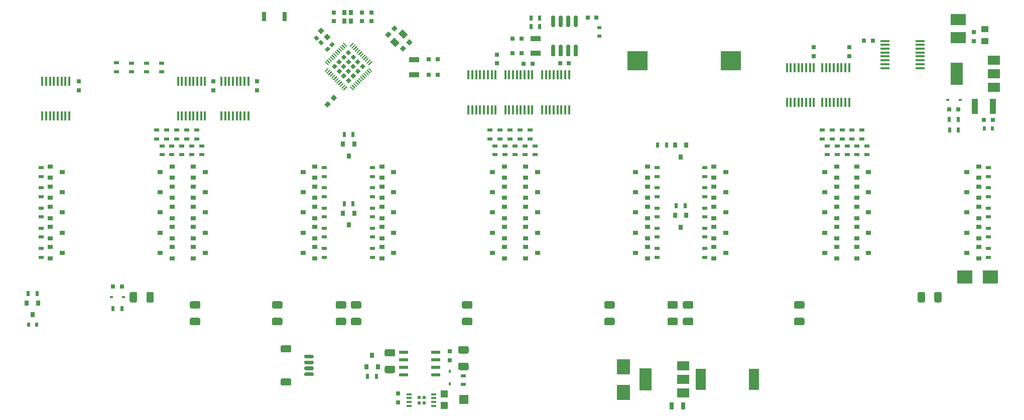
<source format=gbr>
G04 #@! TF.GenerationSoftware,KiCad,Pcbnew,(5.1.7)-1*
G04 #@! TF.CreationDate,2020-11-21T17:16:51+01:00*
G04 #@! TF.ProjectId,nixie_clock,6e697869-655f-4636-9c6f-636b2e6b6963,100A*
G04 #@! TF.SameCoordinates,Original*
G04 #@! TF.FileFunction,Paste,Bot*
G04 #@! TF.FilePolarity,Positive*
%FSLAX46Y46*%
G04 Gerber Fmt 4.6, Leading zero omitted, Abs format (unit mm)*
G04 Created by KiCad (PCBNEW (5.1.7)-1) date 2020-11-21 17:16:51*
%MOMM*%
%LPD*%
G01*
G04 APERTURE LIST*
%ADD10R,1.803400X3.606800*%
%ADD11R,3.500000X3.300000*%
%ADD12R,2.500000X2.300000*%
%ADD13R,0.600000X0.700000*%
%ADD14R,0.450000X1.500000*%
%ADD15R,0.600000X0.450000*%
%ADD16R,0.800000X0.750000*%
%ADD17R,2.000000X1.500000*%
%ADD18R,2.000000X3.800000*%
%ADD19C,0.100000*%
%ADD20R,0.700000X0.600000*%
%ADD21R,1.500000X0.450000*%
%ADD22R,1.550000X0.600000*%
%ADD23R,0.900000X0.500000*%
%ADD24R,0.500000X0.900000*%
%ADD25R,0.700000X1.300000*%
%ADD26R,0.900000X0.800000*%
%ADD27R,0.800000X0.900000*%
%ADD28R,0.750000X0.800000*%
%ADD29R,1.700000X0.900000*%
%ADD30R,0.504000X0.564000*%
%ADD31R,0.890000X0.420000*%
%ADD32R,1.500000X1.600000*%
%ADD33R,1.200000X1.200000*%
%ADD34R,0.450000X0.600000*%
%ADD35R,2.300000X2.500000*%
%ADD36R,2.500000X1.950000*%
%ADD37R,1.250000X1.000000*%
%ADD38R,1.000000X2.500000*%
%ADD39R,0.800000X1.600000*%
G04 APERTURE END LIST*
D10*
X192354200Y-88200000D03*
X201345800Y-88200000D03*
D11*
X181700000Y-34400000D03*
X197500000Y-34400000D03*
D12*
X236950000Y-70900000D03*
X241250000Y-70900000D03*
D13*
X241600000Y-45800000D03*
X240200000Y-45800000D03*
X79000000Y-78900000D03*
X80400000Y-78900000D03*
D14*
X116075000Y-37850000D03*
X115425000Y-37850000D03*
X114775000Y-37850000D03*
X114125000Y-37850000D03*
X113475000Y-37850000D03*
X112825000Y-37850000D03*
X112175000Y-37850000D03*
X111525000Y-37850000D03*
X111525000Y-43750000D03*
X112175000Y-43750000D03*
X112825000Y-43750000D03*
X113475000Y-43750000D03*
X114125000Y-43750000D03*
X114775000Y-43750000D03*
X115425000Y-43750000D03*
X116075000Y-43750000D03*
D15*
X92950000Y-74300000D03*
X95050000Y-74300000D03*
D16*
X93250000Y-72500000D03*
X94750000Y-72500000D03*
D14*
X108775000Y-37850000D03*
X108125000Y-37850000D03*
X107475000Y-37850000D03*
X106825000Y-37850000D03*
X106175000Y-37850000D03*
X105525000Y-37850000D03*
X104875000Y-37850000D03*
X104225000Y-37850000D03*
X104225000Y-43750000D03*
X104875000Y-43750000D03*
X105525000Y-43750000D03*
X106175000Y-43750000D03*
X106825000Y-43750000D03*
X107475000Y-43750000D03*
X108125000Y-43750000D03*
X108775000Y-43750000D03*
D17*
X241850000Y-34300000D03*
X241850000Y-38900000D03*
X241850000Y-36600000D03*
D18*
X235550000Y-36600000D03*
D19*
G36*
X143212652Y-31817678D02*
G01*
X142682322Y-31287348D01*
X143248008Y-30721662D01*
X143778338Y-31251992D01*
X143212652Y-31817678D01*
G37*
G36*
X142151992Y-32878338D02*
G01*
X141621662Y-32348008D01*
X142187348Y-31782322D01*
X142717678Y-32312652D01*
X142151992Y-32878338D01*
G37*
D20*
X175280000Y-28840000D03*
X175280000Y-30240000D03*
D21*
X223450000Y-31075000D03*
X223450000Y-31725000D03*
X223450000Y-32375000D03*
X223450000Y-33025000D03*
X223450000Y-33675000D03*
X223450000Y-34325000D03*
X223450000Y-34975000D03*
X223450000Y-35625000D03*
X229350000Y-35625000D03*
X229350000Y-34975000D03*
X229350000Y-34325000D03*
X229350000Y-33675000D03*
X229350000Y-33025000D03*
X229350000Y-32375000D03*
X229350000Y-31725000D03*
X229350000Y-31075000D03*
D14*
X211475000Y-35550000D03*
X210825000Y-35550000D03*
X210175000Y-35550000D03*
X209525000Y-35550000D03*
X208875000Y-35550000D03*
X208225000Y-35550000D03*
X207575000Y-35550000D03*
X206925000Y-35550000D03*
X206925000Y-41450000D03*
X207575000Y-41450000D03*
X208225000Y-41450000D03*
X208875000Y-41450000D03*
X209525000Y-41450000D03*
X210175000Y-41450000D03*
X210825000Y-41450000D03*
X211475000Y-41450000D03*
X170175000Y-36800000D03*
X169525000Y-36800000D03*
X168875000Y-36800000D03*
X168225000Y-36800000D03*
X167575000Y-36800000D03*
X166925000Y-36800000D03*
X166275000Y-36800000D03*
X165625000Y-36800000D03*
X165625000Y-42700000D03*
X166275000Y-42700000D03*
X166925000Y-42700000D03*
X167575000Y-42700000D03*
X168225000Y-42700000D03*
X168875000Y-42700000D03*
X169525000Y-42700000D03*
X170175000Y-42700000D03*
X157775000Y-36800000D03*
X157125000Y-36800000D03*
X156475000Y-36800000D03*
X155825000Y-36800000D03*
X155175000Y-36800000D03*
X154525000Y-36800000D03*
X153875000Y-36800000D03*
X153225000Y-36800000D03*
X153225000Y-42700000D03*
X153875000Y-42700000D03*
X154525000Y-42700000D03*
X155175000Y-42700000D03*
X155825000Y-42700000D03*
X156475000Y-42700000D03*
X157125000Y-42700000D03*
X157775000Y-42700000D03*
D22*
X147660000Y-87385000D03*
X147660000Y-86115000D03*
X147660000Y-84845000D03*
X147660000Y-83575000D03*
X142260000Y-83575000D03*
X142260000Y-84845000D03*
X142260000Y-86115000D03*
X142260000Y-87385000D03*
D23*
X240900000Y-60750000D03*
X240900000Y-59250000D03*
G36*
G01*
X233024999Y-73675000D02*
X233024999Y-74925000D01*
G75*
G02*
X232774999Y-75175000I-250000J0D01*
G01*
X232024999Y-75175000D01*
G75*
G02*
X231774999Y-74925000I0J250000D01*
G01*
X231774999Y-73675000D01*
G75*
G02*
X232024999Y-73425000I250000J0D01*
G01*
X232774999Y-73425000D01*
G75*
G02*
X233024999Y-73675000I0J-250000D01*
G01*
G37*
G36*
G01*
X230224999Y-73675000D02*
X230224999Y-74925000D01*
G75*
G02*
X229974999Y-75175000I-250000J0D01*
G01*
X229224999Y-75175000D01*
G75*
G02*
X228974999Y-74925000I0J250000D01*
G01*
X228974999Y-73675000D01*
G75*
G02*
X229224999Y-73425000I250000J0D01*
G01*
X229974999Y-73425000D01*
G75*
G02*
X230224999Y-73675000I0J-250000D01*
G01*
G37*
X217900000Y-46100000D03*
X217900000Y-47600000D03*
X217100000Y-48750000D03*
X217100000Y-50250000D03*
X216250000Y-46100000D03*
X216250000Y-47600000D03*
X215400000Y-48750000D03*
X215400000Y-50250000D03*
X214550000Y-46100000D03*
X214550000Y-47600000D03*
X185000000Y-60750000D03*
X185000000Y-59250000D03*
G36*
G01*
X176375000Y-74975000D02*
X177625000Y-74975000D01*
G75*
G02*
X177875000Y-75225000I0J-250000D01*
G01*
X177875000Y-75975000D01*
G75*
G02*
X177625000Y-76225000I-250000J0D01*
G01*
X176375000Y-76225000D01*
G75*
G02*
X176125000Y-75975000I0J250000D01*
G01*
X176125000Y-75225000D01*
G75*
G02*
X176375000Y-74975000I250000J0D01*
G01*
G37*
G36*
G01*
X176375000Y-77775000D02*
X177625000Y-77775000D01*
G75*
G02*
X177875000Y-78025000I0J-250000D01*
G01*
X177875000Y-78775000D01*
G75*
G02*
X177625000Y-79025000I-250000J0D01*
G01*
X176375000Y-79025000D01*
G75*
G02*
X176125000Y-78775000I0J250000D01*
G01*
X176125000Y-78025000D01*
G75*
G02*
X176375000Y-77775000I250000J0D01*
G01*
G37*
X161900000Y-46100000D03*
X161900000Y-47600000D03*
X161050000Y-48750000D03*
X161050000Y-50250000D03*
X160200000Y-46100000D03*
X160200000Y-47600000D03*
X159350000Y-48750000D03*
X159350000Y-50250000D03*
X158500000Y-46100000D03*
X158500000Y-47600000D03*
D24*
X93250000Y-76200000D03*
X94750000Y-76200000D03*
G36*
G01*
X100125000Y-73675000D02*
X100125000Y-74925000D01*
G75*
G02*
X99875000Y-75175000I-250000J0D01*
G01*
X99125000Y-75175000D01*
G75*
G02*
X98875000Y-74925000I0J250000D01*
G01*
X98875000Y-73675000D01*
G75*
G02*
X99125000Y-73425000I250000J0D01*
G01*
X99875000Y-73425000D01*
G75*
G02*
X100125000Y-73675000I0J-250000D01*
G01*
G37*
G36*
G01*
X97325000Y-73675000D02*
X97325000Y-74925000D01*
G75*
G02*
X97075000Y-75175000I-250000J0D01*
G01*
X96325000Y-75175000D01*
G75*
G02*
X96075000Y-74925000I0J250000D01*
G01*
X96075000Y-73675000D01*
G75*
G02*
X96325000Y-73425000I250000J0D01*
G01*
X97075000Y-73425000D01*
G75*
G02*
X97325000Y-73675000I0J-250000D01*
G01*
G37*
X185100000Y-48650000D03*
X186600000Y-48650000D03*
D23*
X152360000Y-89030000D03*
X152360000Y-87530000D03*
G36*
G01*
X151735000Y-82555000D02*
X152985000Y-82555000D01*
G75*
G02*
X153235000Y-82805000I0J-250000D01*
G01*
X153235000Y-83555000D01*
G75*
G02*
X152985000Y-83805000I-250000J0D01*
G01*
X151735000Y-83805000D01*
G75*
G02*
X151485000Y-83555000I0J250000D01*
G01*
X151485000Y-82805000D01*
G75*
G02*
X151735000Y-82555000I250000J0D01*
G01*
G37*
G36*
G01*
X151735000Y-85355000D02*
X152985000Y-85355000D01*
G75*
G02*
X153235000Y-85605000I0J-250000D01*
G01*
X153235000Y-86355000D01*
G75*
G02*
X152985000Y-86605000I-250000J0D01*
G01*
X151735000Y-86605000D01*
G75*
G02*
X151485000Y-86355000I0J250000D01*
G01*
X151485000Y-85605000D01*
G75*
G02*
X151735000Y-85355000I250000J0D01*
G01*
G37*
D25*
X187510000Y-92680000D03*
X189410000Y-92680000D03*
G36*
G01*
X134875000Y-79025000D02*
X133625000Y-79025000D01*
G75*
G02*
X133375000Y-78775000I0J250000D01*
G01*
X133375000Y-78025000D01*
G75*
G02*
X133625000Y-77775000I250000J0D01*
G01*
X134875000Y-77775000D01*
G75*
G02*
X135125000Y-78025000I0J-250000D01*
G01*
X135125000Y-78775000D01*
G75*
G02*
X134875000Y-79025000I-250000J0D01*
G01*
G37*
G36*
G01*
X134875000Y-76225000D02*
X133625000Y-76225000D01*
G75*
G02*
X133375000Y-75975000I0J250000D01*
G01*
X133375000Y-75225000D01*
G75*
G02*
X133625000Y-74975000I250000J0D01*
G01*
X134875000Y-74975000D01*
G75*
G02*
X135125000Y-75225000I0J-250000D01*
G01*
X135125000Y-75975000D01*
G75*
G02*
X134875000Y-76225000I-250000J0D01*
G01*
G37*
D24*
X133750000Y-46850000D03*
X132250000Y-46850000D03*
X137710000Y-87680000D03*
X136210000Y-87680000D03*
G36*
G01*
X140585000Y-87105000D02*
X139335000Y-87105000D01*
G75*
G02*
X139085000Y-86855000I0J250000D01*
G01*
X139085000Y-86105000D01*
G75*
G02*
X139335000Y-85855000I250000J0D01*
G01*
X140585000Y-85855000D01*
G75*
G02*
X140835000Y-86105000I0J-250000D01*
G01*
X140835000Y-86855000D01*
G75*
G02*
X140585000Y-87105000I-250000J0D01*
G01*
G37*
G36*
G01*
X140585000Y-84305000D02*
X139335000Y-84305000D01*
G75*
G02*
X139085000Y-84055000I0J250000D01*
G01*
X139085000Y-83305000D01*
G75*
G02*
X139335000Y-83055000I250000J0D01*
G01*
X140585000Y-83055000D01*
G75*
G02*
X140835000Y-83305000I0J-250000D01*
G01*
X140835000Y-84055000D01*
G75*
G02*
X140585000Y-84305000I-250000J0D01*
G01*
G37*
D26*
X239300000Y-62450000D03*
X239300000Y-64350000D03*
X237300000Y-63400000D03*
X239300000Y-59050000D03*
X239300000Y-60950000D03*
X237300000Y-60000000D03*
X239300000Y-55650000D03*
X239300000Y-57550000D03*
X237300000Y-56600000D03*
X239300000Y-52250000D03*
X239300000Y-54150000D03*
X237300000Y-53200000D03*
X218700000Y-54150000D03*
X218700000Y-52250000D03*
X220700000Y-53200000D03*
X218700000Y-57550000D03*
X218700000Y-55650000D03*
X220700000Y-56600000D03*
X218700000Y-60950000D03*
X218700000Y-59050000D03*
X220700000Y-60000000D03*
X215300000Y-65850000D03*
X215300000Y-67750000D03*
X213300000Y-66800000D03*
X215300000Y-62450000D03*
X215300000Y-64350000D03*
X213300000Y-63400000D03*
X215300000Y-59050000D03*
X215300000Y-60950000D03*
X213300000Y-60000000D03*
X215300000Y-55650000D03*
X215300000Y-57550000D03*
X213300000Y-56600000D03*
X183400000Y-62450000D03*
X183400000Y-64350000D03*
X181400000Y-63400000D03*
X183400000Y-59050000D03*
X183400000Y-60950000D03*
X181400000Y-60000000D03*
X183400000Y-55650000D03*
X183400000Y-57550000D03*
X181400000Y-56600000D03*
X183400000Y-52250000D03*
X183400000Y-54150000D03*
X181400000Y-53200000D03*
X162850000Y-54150000D03*
X162850000Y-52250000D03*
X164850000Y-53200000D03*
X162850000Y-57550000D03*
X162850000Y-55650000D03*
X164850000Y-56600000D03*
X162850000Y-60950000D03*
X162850000Y-59050000D03*
X164850000Y-60000000D03*
X159250000Y-65850000D03*
X159250000Y-67750000D03*
X157250000Y-66800000D03*
X159250000Y-62450000D03*
X159250000Y-64350000D03*
X157250000Y-63400000D03*
X159250000Y-59050000D03*
X159250000Y-60950000D03*
X157250000Y-60000000D03*
X159250000Y-55650000D03*
X159250000Y-57550000D03*
X157250000Y-56600000D03*
D27*
X188050000Y-48650000D03*
X189950000Y-48650000D03*
X189000000Y-50650000D03*
D17*
X189410000Y-85880000D03*
X189410000Y-90480000D03*
X189410000Y-88180000D03*
D18*
X183110000Y-88180000D03*
D27*
X132050000Y-48450000D03*
X133950000Y-48450000D03*
X133000000Y-50450000D03*
D28*
X150060000Y-84930000D03*
X150060000Y-83430000D03*
D29*
X164510000Y-30650000D03*
X164510000Y-33150000D03*
G36*
G01*
X171455000Y-28720000D02*
X171155000Y-28720000D01*
G75*
G02*
X171005000Y-28570000I0J150000D01*
G01*
X171005000Y-26920000D01*
G75*
G02*
X171155000Y-26770000I150000J0D01*
G01*
X171455000Y-26770000D01*
G75*
G02*
X171605000Y-26920000I0J-150000D01*
G01*
X171605000Y-28570000D01*
G75*
G02*
X171455000Y-28720000I-150000J0D01*
G01*
G37*
G36*
G01*
X170185000Y-28720000D02*
X169885000Y-28720000D01*
G75*
G02*
X169735000Y-28570000I0J150000D01*
G01*
X169735000Y-26920000D01*
G75*
G02*
X169885000Y-26770000I150000J0D01*
G01*
X170185000Y-26770000D01*
G75*
G02*
X170335000Y-26920000I0J-150000D01*
G01*
X170335000Y-28570000D01*
G75*
G02*
X170185000Y-28720000I-150000J0D01*
G01*
G37*
G36*
G01*
X168915000Y-28720000D02*
X168615000Y-28720000D01*
G75*
G02*
X168465000Y-28570000I0J150000D01*
G01*
X168465000Y-26920000D01*
G75*
G02*
X168615000Y-26770000I150000J0D01*
G01*
X168915000Y-26770000D01*
G75*
G02*
X169065000Y-26920000I0J-150000D01*
G01*
X169065000Y-28570000D01*
G75*
G02*
X168915000Y-28720000I-150000J0D01*
G01*
G37*
G36*
G01*
X167645000Y-28720000D02*
X167345000Y-28720000D01*
G75*
G02*
X167195000Y-28570000I0J150000D01*
G01*
X167195000Y-26920000D01*
G75*
G02*
X167345000Y-26770000I150000J0D01*
G01*
X167645000Y-26770000D01*
G75*
G02*
X167795000Y-26920000I0J-150000D01*
G01*
X167795000Y-28570000D01*
G75*
G02*
X167645000Y-28720000I-150000J0D01*
G01*
G37*
G36*
G01*
X167645000Y-33670000D02*
X167345000Y-33670000D01*
G75*
G02*
X167195000Y-33520000I0J150000D01*
G01*
X167195000Y-31870000D01*
G75*
G02*
X167345000Y-31720000I150000J0D01*
G01*
X167645000Y-31720000D01*
G75*
G02*
X167795000Y-31870000I0J-150000D01*
G01*
X167795000Y-33520000D01*
G75*
G02*
X167645000Y-33670000I-150000J0D01*
G01*
G37*
G36*
G01*
X168915000Y-33670000D02*
X168615000Y-33670000D01*
G75*
G02*
X168465000Y-33520000I0J150000D01*
G01*
X168465000Y-31870000D01*
G75*
G02*
X168615000Y-31720000I150000J0D01*
G01*
X168915000Y-31720000D01*
G75*
G02*
X169065000Y-31870000I0J-150000D01*
G01*
X169065000Y-33520000D01*
G75*
G02*
X168915000Y-33670000I-150000J0D01*
G01*
G37*
G36*
G01*
X170185000Y-33670000D02*
X169885000Y-33670000D01*
G75*
G02*
X169735000Y-33520000I0J150000D01*
G01*
X169735000Y-31870000D01*
G75*
G02*
X169885000Y-31720000I150000J0D01*
G01*
X170185000Y-31720000D01*
G75*
G02*
X170335000Y-31870000I0J-150000D01*
G01*
X170335000Y-33520000D01*
G75*
G02*
X170185000Y-33670000I-150000J0D01*
G01*
G37*
G36*
G01*
X171455000Y-33670000D02*
X171155000Y-33670000D01*
G75*
G02*
X171005000Y-33520000I0J150000D01*
G01*
X171005000Y-31870000D01*
G75*
G02*
X171155000Y-31720000I150000J0D01*
G01*
X171455000Y-31720000D01*
G75*
G02*
X171605000Y-31870000I0J-150000D01*
G01*
X171605000Y-33520000D01*
G75*
G02*
X171455000Y-33670000I-150000J0D01*
G01*
G37*
D16*
X160650000Y-30650000D03*
X162150000Y-30650000D03*
X160650000Y-33150000D03*
X162150000Y-33150000D03*
D29*
X144060000Y-36730000D03*
X144060000Y-34230000D03*
D27*
X133410000Y-27680000D03*
X133410000Y-26280000D03*
X132310000Y-26280000D03*
X132310000Y-27680000D03*
D19*
G36*
X135800289Y-35364062D02*
G01*
X135328295Y-35836056D01*
X134856301Y-35364062D01*
X135328295Y-34892068D01*
X135800289Y-35364062D01*
G37*
G36*
X135013633Y-36150718D02*
G01*
X134541639Y-36622712D01*
X134069645Y-36150718D01*
X134541639Y-35678724D01*
X135013633Y-36150718D01*
G37*
G36*
X134226976Y-36937375D02*
G01*
X133754982Y-37409369D01*
X133282988Y-36937375D01*
X133754982Y-36465381D01*
X134226976Y-36937375D01*
G37*
G36*
X133440320Y-37724031D02*
G01*
X132968326Y-38196025D01*
X132496332Y-37724031D01*
X132968326Y-37252037D01*
X133440320Y-37724031D01*
G37*
G36*
X135013633Y-34577406D02*
G01*
X134541639Y-35049400D01*
X134069645Y-34577406D01*
X134541639Y-34105412D01*
X135013633Y-34577406D01*
G37*
G36*
X134226976Y-35364062D02*
G01*
X133754982Y-35836056D01*
X133282988Y-35364062D01*
X133754982Y-34892068D01*
X134226976Y-35364062D01*
G37*
G36*
X133440320Y-36150718D02*
G01*
X132968326Y-36622712D01*
X132496332Y-36150718D01*
X132968326Y-35678724D01*
X133440320Y-36150718D01*
G37*
G36*
X132653664Y-36937375D02*
G01*
X132181670Y-37409369D01*
X131709676Y-36937375D01*
X132181670Y-36465381D01*
X132653664Y-36937375D01*
G37*
G36*
X134226976Y-33790749D02*
G01*
X133754982Y-34262743D01*
X133282988Y-33790749D01*
X133754982Y-33318755D01*
X134226976Y-33790749D01*
G37*
G36*
X133440320Y-34577406D02*
G01*
X132968326Y-35049400D01*
X132496332Y-34577406D01*
X132968326Y-34105412D01*
X133440320Y-34577406D01*
G37*
G36*
X132653664Y-35364062D02*
G01*
X132181670Y-35836056D01*
X131709676Y-35364062D01*
X132181670Y-34892068D01*
X132653664Y-35364062D01*
G37*
G36*
X131867007Y-36150718D02*
G01*
X131395013Y-36622712D01*
X130923019Y-36150718D01*
X131395013Y-35678724D01*
X131867007Y-36150718D01*
G37*
G36*
X133440320Y-33004093D02*
G01*
X132968326Y-33476087D01*
X132496332Y-33004093D01*
X132968326Y-32532099D01*
X133440320Y-33004093D01*
G37*
G36*
X132653664Y-33790749D02*
G01*
X132181670Y-34262743D01*
X131709676Y-33790749D01*
X132181670Y-33318755D01*
X132653664Y-33790749D01*
G37*
G36*
X131867007Y-34577406D02*
G01*
X131395013Y-35049400D01*
X130923019Y-34577406D01*
X131395013Y-34105412D01*
X131867007Y-34577406D01*
G37*
G36*
X131080351Y-35364062D02*
G01*
X130608357Y-35836056D01*
X130136363Y-35364062D01*
X130608357Y-34892068D01*
X131080351Y-35364062D01*
G37*
G36*
X136433149Y-35151930D02*
G01*
X136291728Y-35010509D01*
X136857413Y-34444824D01*
X136998834Y-34586245D01*
X136433149Y-35151930D01*
G37*
G36*
X136150307Y-34869087D02*
G01*
X136008886Y-34727666D01*
X136574571Y-34161981D01*
X136715992Y-34303402D01*
X136150307Y-34869087D01*
G37*
G36*
X135867464Y-34586244D02*
G01*
X135726043Y-34444823D01*
X136291728Y-33879138D01*
X136433149Y-34020559D01*
X135867464Y-34586244D01*
G37*
G36*
X135584621Y-34303401D02*
G01*
X135443200Y-34161980D01*
X136008885Y-33596295D01*
X136150306Y-33737716D01*
X135584621Y-34303401D01*
G37*
G36*
X135301778Y-34020559D02*
G01*
X135160357Y-33879138D01*
X135726042Y-33313453D01*
X135867463Y-33454874D01*
X135301778Y-34020559D01*
G37*
G36*
X135018936Y-33737716D02*
G01*
X134877515Y-33596295D01*
X135443200Y-33030610D01*
X135584621Y-33172031D01*
X135018936Y-33737716D01*
G37*
G36*
X134736093Y-33454873D02*
G01*
X134594672Y-33313452D01*
X135160357Y-32747767D01*
X135301778Y-32889188D01*
X134736093Y-33454873D01*
G37*
G36*
X134453250Y-33172031D02*
G01*
X134311829Y-33030610D01*
X134877514Y-32464925D01*
X135018935Y-32606346D01*
X134453250Y-33172031D01*
G37*
G36*
X134170408Y-32889188D02*
G01*
X134028987Y-32747767D01*
X134594672Y-32182082D01*
X134736093Y-32323503D01*
X134170408Y-32889188D01*
G37*
G36*
X133887565Y-32606345D02*
G01*
X133746144Y-32464924D01*
X134311829Y-31899239D01*
X134453250Y-32040660D01*
X133887565Y-32606345D01*
G37*
G36*
X133604722Y-32323502D02*
G01*
X133463301Y-32182081D01*
X134028986Y-31616396D01*
X134170407Y-31757817D01*
X133604722Y-32323502D01*
G37*
G36*
X133321879Y-32040660D02*
G01*
X133180458Y-31899239D01*
X133746143Y-31333554D01*
X133887564Y-31474975D01*
X133321879Y-32040660D01*
G37*
G36*
X132756194Y-31899239D02*
G01*
X132614773Y-32040660D01*
X132049088Y-31474975D01*
X132190509Y-31333554D01*
X132756194Y-31899239D01*
G37*
G36*
X132473351Y-32182081D02*
G01*
X132331930Y-32323502D01*
X131766245Y-31757817D01*
X131907666Y-31616396D01*
X132473351Y-32182081D01*
G37*
G36*
X132190508Y-32464924D02*
G01*
X132049087Y-32606345D01*
X131483402Y-32040660D01*
X131624823Y-31899239D01*
X132190508Y-32464924D01*
G37*
G36*
X131907665Y-32747767D02*
G01*
X131766244Y-32889188D01*
X131200559Y-32323503D01*
X131341980Y-32182082D01*
X131907665Y-32747767D01*
G37*
G36*
X131624823Y-33030610D02*
G01*
X131483402Y-33172031D01*
X130917717Y-32606346D01*
X131059138Y-32464925D01*
X131624823Y-33030610D01*
G37*
G36*
X131341980Y-33313452D02*
G01*
X131200559Y-33454873D01*
X130634874Y-32889188D01*
X130776295Y-32747767D01*
X131341980Y-33313452D01*
G37*
G36*
X131059137Y-33596295D02*
G01*
X130917716Y-33737716D01*
X130352031Y-33172031D01*
X130493452Y-33030610D01*
X131059137Y-33596295D01*
G37*
G36*
X130776295Y-33879138D02*
G01*
X130634874Y-34020559D01*
X130069189Y-33454874D01*
X130210610Y-33313453D01*
X130776295Y-33879138D01*
G37*
G36*
X130493452Y-34161980D02*
G01*
X130352031Y-34303401D01*
X129786346Y-33737716D01*
X129927767Y-33596295D01*
X130493452Y-34161980D01*
G37*
G36*
X130210609Y-34444823D02*
G01*
X130069188Y-34586244D01*
X129503503Y-34020559D01*
X129644924Y-33879138D01*
X130210609Y-34444823D01*
G37*
G36*
X129927766Y-34727666D02*
G01*
X129786345Y-34869087D01*
X129220660Y-34303402D01*
X129362081Y-34161981D01*
X129927766Y-34727666D01*
G37*
G36*
X129644924Y-35010509D02*
G01*
X129503503Y-35151930D01*
X128937818Y-34586245D01*
X129079239Y-34444824D01*
X129644924Y-35010509D01*
G37*
G36*
X129079239Y-36283300D02*
G01*
X128937818Y-36141879D01*
X129503503Y-35576194D01*
X129644924Y-35717615D01*
X129079239Y-36283300D01*
G37*
G36*
X129362081Y-36566143D02*
G01*
X129220660Y-36424722D01*
X129786345Y-35859037D01*
X129927766Y-36000458D01*
X129362081Y-36566143D01*
G37*
G36*
X129644924Y-36848986D02*
G01*
X129503503Y-36707565D01*
X130069188Y-36141880D01*
X130210609Y-36283301D01*
X129644924Y-36848986D01*
G37*
G36*
X129927767Y-37131829D02*
G01*
X129786346Y-36990408D01*
X130352031Y-36424723D01*
X130493452Y-36566144D01*
X129927767Y-37131829D01*
G37*
G36*
X130210610Y-37414671D02*
G01*
X130069189Y-37273250D01*
X130634874Y-36707565D01*
X130776295Y-36848986D01*
X130210610Y-37414671D01*
G37*
G36*
X130493452Y-37697514D02*
G01*
X130352031Y-37556093D01*
X130917716Y-36990408D01*
X131059137Y-37131829D01*
X130493452Y-37697514D01*
G37*
G36*
X130776295Y-37980357D02*
G01*
X130634874Y-37838936D01*
X131200559Y-37273251D01*
X131341980Y-37414672D01*
X130776295Y-37980357D01*
G37*
G36*
X131059138Y-38263199D02*
G01*
X130917717Y-38121778D01*
X131483402Y-37556093D01*
X131624823Y-37697514D01*
X131059138Y-38263199D01*
G37*
G36*
X131341980Y-38546042D02*
G01*
X131200559Y-38404621D01*
X131766244Y-37838936D01*
X131907665Y-37980357D01*
X131341980Y-38546042D01*
G37*
G36*
X131624823Y-38828885D02*
G01*
X131483402Y-38687464D01*
X132049087Y-38121779D01*
X132190508Y-38263200D01*
X131624823Y-38828885D01*
G37*
G36*
X131907666Y-39111728D02*
G01*
X131766245Y-38970307D01*
X132331930Y-38404622D01*
X132473351Y-38546043D01*
X131907666Y-39111728D01*
G37*
G36*
X132190509Y-39394570D02*
G01*
X132049088Y-39253149D01*
X132614773Y-38687464D01*
X132756194Y-38828885D01*
X132190509Y-39394570D01*
G37*
G36*
X133887564Y-39253149D02*
G01*
X133746143Y-39394570D01*
X133180458Y-38828885D01*
X133321879Y-38687464D01*
X133887564Y-39253149D01*
G37*
G36*
X134170407Y-38970307D02*
G01*
X134028986Y-39111728D01*
X133463301Y-38546043D01*
X133604722Y-38404622D01*
X134170407Y-38970307D01*
G37*
G36*
X134453250Y-38687464D02*
G01*
X134311829Y-38828885D01*
X133746144Y-38263200D01*
X133887565Y-38121779D01*
X134453250Y-38687464D01*
G37*
G36*
X134736093Y-38404621D02*
G01*
X134594672Y-38546042D01*
X134028987Y-37980357D01*
X134170408Y-37838936D01*
X134736093Y-38404621D01*
G37*
G36*
X135018935Y-38121778D02*
G01*
X134877514Y-38263199D01*
X134311829Y-37697514D01*
X134453250Y-37556093D01*
X135018935Y-38121778D01*
G37*
G36*
X135301778Y-37838936D02*
G01*
X135160357Y-37980357D01*
X134594672Y-37414672D01*
X134736093Y-37273251D01*
X135301778Y-37838936D01*
G37*
G36*
X135584621Y-37556093D02*
G01*
X135443200Y-37697514D01*
X134877515Y-37131829D01*
X135018936Y-36990408D01*
X135584621Y-37556093D01*
G37*
G36*
X135867463Y-37273250D02*
G01*
X135726042Y-37414671D01*
X135160357Y-36848986D01*
X135301778Y-36707565D01*
X135867463Y-37273250D01*
G37*
G36*
X136150306Y-36990408D02*
G01*
X136008885Y-37131829D01*
X135443200Y-36566144D01*
X135584621Y-36424723D01*
X136150306Y-36990408D01*
G37*
G36*
X136433149Y-36707565D02*
G01*
X136291728Y-36848986D01*
X135726043Y-36283301D01*
X135867464Y-36141880D01*
X136433149Y-36707565D01*
G37*
G36*
X136715992Y-36424722D02*
G01*
X136574571Y-36566143D01*
X136008886Y-36000458D01*
X136150307Y-35859037D01*
X136715992Y-36424722D01*
G37*
G36*
X136998834Y-36141879D02*
G01*
X136857413Y-36283300D01*
X136291728Y-35717615D01*
X136433149Y-35576194D01*
X136998834Y-36141879D01*
G37*
D14*
X217425000Y-35550000D03*
X216775000Y-35550000D03*
X216125000Y-35550000D03*
X215475000Y-35550000D03*
X214825000Y-35550000D03*
X214175000Y-35550000D03*
X213525000Y-35550000D03*
X212875000Y-35550000D03*
X212875000Y-41450000D03*
X213525000Y-41450000D03*
X214175000Y-41450000D03*
X214825000Y-41450000D03*
X215475000Y-41450000D03*
X216125000Y-41450000D03*
X216775000Y-41450000D03*
X217425000Y-41450000D03*
X163975000Y-36800000D03*
X163325000Y-36800000D03*
X162675000Y-36800000D03*
X162025000Y-36800000D03*
X161375000Y-36800000D03*
X160725000Y-36800000D03*
X160075000Y-36800000D03*
X159425000Y-36800000D03*
X159425000Y-42700000D03*
X160075000Y-42700000D03*
X160725000Y-42700000D03*
X161375000Y-42700000D03*
X162025000Y-42700000D03*
X162675000Y-42700000D03*
X163325000Y-42700000D03*
X163975000Y-42700000D03*
X85875000Y-37850000D03*
X85225000Y-37850000D03*
X84575000Y-37850000D03*
X83925000Y-37850000D03*
X83275000Y-37850000D03*
X82625000Y-37850000D03*
X81975000Y-37850000D03*
X81325000Y-37850000D03*
X81325000Y-43750000D03*
X81975000Y-43750000D03*
X82625000Y-43750000D03*
X83275000Y-43750000D03*
X83925000Y-43750000D03*
X84575000Y-43750000D03*
X85225000Y-43750000D03*
X85875000Y-43750000D03*
D30*
X144860000Y-92120000D03*
X144860000Y-91180000D03*
X145700000Y-92120000D03*
X145700000Y-91180000D03*
D31*
X147385000Y-92625000D03*
X147385000Y-91975000D03*
X147385000Y-91325000D03*
X147385000Y-90675000D03*
X143175000Y-90675000D03*
X143175000Y-91325000D03*
X143175000Y-91975000D03*
X143175000Y-92625000D03*
D24*
X165250000Y-28600000D03*
X163750000Y-28600000D03*
X165250000Y-27200000D03*
X163750000Y-27200000D03*
X80456066Y-73665355D03*
X78956066Y-73665355D03*
D23*
X101450000Y-36300000D03*
X101450000Y-34800000D03*
D24*
X235800000Y-44300000D03*
X234300000Y-44300000D03*
X234350000Y-46050000D03*
X235850000Y-46050000D03*
D23*
X98900000Y-36300000D03*
X98900000Y-34800000D03*
X96350000Y-36300000D03*
X96350000Y-34800000D03*
X93800000Y-36250000D03*
X93800000Y-34750000D03*
X240900000Y-67550000D03*
X240900000Y-66050000D03*
X240900000Y-64150000D03*
X240900000Y-62650000D03*
X240900000Y-57350000D03*
X240900000Y-55850000D03*
X240900000Y-53950000D03*
X240900000Y-52450000D03*
X220450000Y-48750000D03*
X220450000Y-50250000D03*
X219600000Y-46100000D03*
X219600000Y-47600000D03*
X218750000Y-48750000D03*
X218750000Y-50250000D03*
X213700000Y-48750000D03*
X213700000Y-50250000D03*
X212850000Y-46100000D03*
X212850000Y-47600000D03*
G36*
G01*
X208375000Y-74975000D02*
X209625000Y-74975000D01*
G75*
G02*
X209875000Y-75225000I0J-250000D01*
G01*
X209875000Y-75975000D01*
G75*
G02*
X209625000Y-76225000I-250000J0D01*
G01*
X208375000Y-76225000D01*
G75*
G02*
X208125000Y-75975000I0J250000D01*
G01*
X208125000Y-75225000D01*
G75*
G02*
X208375000Y-74975000I250000J0D01*
G01*
G37*
G36*
G01*
X208375000Y-77775000D02*
X209625000Y-77775000D01*
G75*
G02*
X209875000Y-78025000I0J-250000D01*
G01*
X209875000Y-78775000D01*
G75*
G02*
X209625000Y-79025000I-250000J0D01*
G01*
X208375000Y-79025000D01*
G75*
G02*
X208125000Y-78775000I0J250000D01*
G01*
X208125000Y-78025000D01*
G75*
G02*
X208375000Y-77775000I250000J0D01*
G01*
G37*
X193050000Y-52450000D03*
X193050000Y-53950000D03*
X193050000Y-55850000D03*
X193050000Y-57350000D03*
X193050000Y-59250000D03*
X193050000Y-60750000D03*
X193050000Y-62650000D03*
X193050000Y-64150000D03*
X193050000Y-66050000D03*
X193050000Y-67550000D03*
X185000000Y-67550000D03*
X185000000Y-66050000D03*
X185000000Y-64150000D03*
X185000000Y-62650000D03*
X185000000Y-57350000D03*
X185000000Y-55850000D03*
X185000000Y-53950000D03*
X185000000Y-52450000D03*
X164450000Y-48750000D03*
X164450000Y-50250000D03*
X163600000Y-46100000D03*
X163600000Y-47600000D03*
X162750000Y-48750000D03*
X162750000Y-50250000D03*
X157650000Y-48750000D03*
X157650000Y-50250000D03*
X156800000Y-46100000D03*
X156800000Y-47600000D03*
G36*
G01*
X152375000Y-74975000D02*
X153625000Y-74975000D01*
G75*
G02*
X153875000Y-75225000I0J-250000D01*
G01*
X153875000Y-75975000D01*
G75*
G02*
X153625000Y-76225000I-250000J0D01*
G01*
X152375000Y-76225000D01*
G75*
G02*
X152125000Y-75975000I0J250000D01*
G01*
X152125000Y-75225000D01*
G75*
G02*
X152375000Y-74975000I250000J0D01*
G01*
G37*
G36*
G01*
X152375000Y-77775000D02*
X153625000Y-77775000D01*
G75*
G02*
X153875000Y-78025000I0J-250000D01*
G01*
X153875000Y-78775000D01*
G75*
G02*
X153625000Y-79025000I-250000J0D01*
G01*
X152375000Y-79025000D01*
G75*
G02*
X152125000Y-78775000I0J250000D01*
G01*
X152125000Y-78025000D01*
G75*
G02*
X152375000Y-77775000I250000J0D01*
G01*
G37*
X137000000Y-52450000D03*
X137000000Y-53950000D03*
X137000000Y-55850000D03*
X137000000Y-57350000D03*
X137050000Y-59250000D03*
X137050000Y-60750000D03*
X137050000Y-62650000D03*
X137050000Y-64150000D03*
X137050000Y-66050000D03*
X137050000Y-67550000D03*
X128850000Y-67550000D03*
X128850000Y-66050000D03*
X128850000Y-64150000D03*
X128850000Y-62650000D03*
X128850000Y-60750000D03*
X128850000Y-59250000D03*
X128850000Y-57350000D03*
X128850000Y-55850000D03*
X128850000Y-53950000D03*
X128850000Y-52450000D03*
G36*
G01*
X120325000Y-74975000D02*
X121575000Y-74975000D01*
G75*
G02*
X121825000Y-75225000I0J-250000D01*
G01*
X121825000Y-75975000D01*
G75*
G02*
X121575000Y-76225000I-250000J0D01*
G01*
X120325000Y-76225000D01*
G75*
G02*
X120075000Y-75975000I0J250000D01*
G01*
X120075000Y-75225000D01*
G75*
G02*
X120325000Y-74975000I250000J0D01*
G01*
G37*
G36*
G01*
X120325000Y-77775000D02*
X121575000Y-77775000D01*
G75*
G02*
X121825000Y-78025000I0J-250000D01*
G01*
X121825000Y-78775000D01*
G75*
G02*
X121575000Y-79025000I-250000J0D01*
G01*
X120325000Y-79025000D01*
G75*
G02*
X120075000Y-78775000I0J250000D01*
G01*
X120075000Y-78025000D01*
G75*
G02*
X120325000Y-77775000I250000J0D01*
G01*
G37*
X108250000Y-48750000D03*
X108250000Y-50250000D03*
X107400000Y-46100000D03*
X107400000Y-47600000D03*
X106550000Y-48750000D03*
X106550000Y-50250000D03*
X105700000Y-46100000D03*
X105700000Y-47600000D03*
X104850000Y-48750000D03*
X104850000Y-50250000D03*
X104000000Y-46100000D03*
X104000000Y-47600000D03*
X103150000Y-48750000D03*
X103150000Y-50250000D03*
X102300000Y-46100000D03*
X102300000Y-47600000D03*
X101500000Y-48750000D03*
X101500000Y-50250000D03*
X100650000Y-46100000D03*
X100650000Y-47600000D03*
G36*
G01*
X106475000Y-74975000D02*
X107725000Y-74975000D01*
G75*
G02*
X107975000Y-75225000I0J-250000D01*
G01*
X107975000Y-75975000D01*
G75*
G02*
X107725000Y-76225000I-250000J0D01*
G01*
X106475000Y-76225000D01*
G75*
G02*
X106225000Y-75975000I0J250000D01*
G01*
X106225000Y-75225000D01*
G75*
G02*
X106475000Y-74975000I250000J0D01*
G01*
G37*
G36*
G01*
X106475000Y-77775000D02*
X107725000Y-77775000D01*
G75*
G02*
X107975000Y-78025000I0J-250000D01*
G01*
X107975000Y-78775000D01*
G75*
G02*
X107725000Y-79025000I-250000J0D01*
G01*
X106475000Y-79025000D01*
G75*
G02*
X106225000Y-78775000I0J250000D01*
G01*
X106225000Y-78025000D01*
G75*
G02*
X106475000Y-77775000I250000J0D01*
G01*
G37*
X81100000Y-52450000D03*
X81100000Y-53950000D03*
X81100000Y-55850000D03*
X81100000Y-57350000D03*
X81100000Y-59250000D03*
X81100000Y-60750000D03*
X81100000Y-62650000D03*
X81100000Y-64150000D03*
X81100000Y-66050000D03*
X81100000Y-67550000D03*
G36*
G01*
X188275000Y-79025000D02*
X187025000Y-79025000D01*
G75*
G02*
X186775000Y-78775000I0J250000D01*
G01*
X186775000Y-78025000D01*
G75*
G02*
X187025000Y-77775000I250000J0D01*
G01*
X188275000Y-77775000D01*
G75*
G02*
X188525000Y-78025000I0J-250000D01*
G01*
X188525000Y-78775000D01*
G75*
G02*
X188275000Y-79025000I-250000J0D01*
G01*
G37*
G36*
G01*
X188275000Y-76225000D02*
X187025000Y-76225000D01*
G75*
G02*
X186775000Y-75975000I0J250000D01*
G01*
X186775000Y-75225000D01*
G75*
G02*
X187025000Y-74975000I250000J0D01*
G01*
X188275000Y-74975000D01*
G75*
G02*
X188525000Y-75225000I0J-250000D01*
G01*
X188525000Y-75975000D01*
G75*
G02*
X188275000Y-76225000I-250000J0D01*
G01*
G37*
D24*
X189750000Y-58900000D03*
X188250000Y-58900000D03*
G36*
G01*
X190875000Y-79025000D02*
X189625000Y-79025000D01*
G75*
G02*
X189375000Y-78775000I0J250000D01*
G01*
X189375000Y-78025000D01*
G75*
G02*
X189625000Y-77775000I250000J0D01*
G01*
X190875000Y-77775000D01*
G75*
G02*
X191125000Y-78025000I0J-250000D01*
G01*
X191125000Y-78775000D01*
G75*
G02*
X190875000Y-79025000I-250000J0D01*
G01*
G37*
G36*
G01*
X190875000Y-76225000D02*
X189625000Y-76225000D01*
G75*
G02*
X189375000Y-75975000I0J250000D01*
G01*
X189375000Y-75225000D01*
G75*
G02*
X189625000Y-74975000I250000J0D01*
G01*
X190875000Y-74975000D01*
G75*
G02*
X191125000Y-75225000I0J-250000D01*
G01*
X191125000Y-75975000D01*
G75*
G02*
X190875000Y-76225000I-250000J0D01*
G01*
G37*
D23*
X149160000Y-90830000D03*
X149160000Y-92330000D03*
G36*
G01*
X132325000Y-79025000D02*
X131075000Y-79025000D01*
G75*
G02*
X130825000Y-78775000I0J250000D01*
G01*
X130825000Y-78025000D01*
G75*
G02*
X131075000Y-77775000I250000J0D01*
G01*
X132325000Y-77775000D01*
G75*
G02*
X132575000Y-78025000I0J-250000D01*
G01*
X132575000Y-78775000D01*
G75*
G02*
X132325000Y-79025000I-250000J0D01*
G01*
G37*
G36*
G01*
X132325000Y-76225000D02*
X131075000Y-76225000D01*
G75*
G02*
X130825000Y-75975000I0J250000D01*
G01*
X130825000Y-75225000D01*
G75*
G02*
X131075000Y-74975000I250000J0D01*
G01*
X132325000Y-74975000D01*
G75*
G02*
X132575000Y-75225000I0J-250000D01*
G01*
X132575000Y-75975000D01*
G75*
G02*
X132325000Y-76225000I-250000J0D01*
G01*
G37*
D32*
X152410000Y-91580000D03*
D33*
X149160000Y-90580000D03*
X149160000Y-92580000D03*
D24*
X133750000Y-58550000D03*
X132250000Y-58550000D03*
D27*
X78706066Y-75265355D03*
X80606066Y-75265355D03*
X79656066Y-77265355D03*
D26*
X239300000Y-65850000D03*
X239300000Y-67750000D03*
X237300000Y-66800000D03*
X218700000Y-64350000D03*
X218700000Y-62450000D03*
X220700000Y-63400000D03*
X218700000Y-67750000D03*
X218700000Y-65850000D03*
X220700000Y-66800000D03*
X215300000Y-52250000D03*
X215300000Y-54150000D03*
X213300000Y-53200000D03*
X194600000Y-54150000D03*
X194600000Y-52250000D03*
X196600000Y-53200000D03*
X194600000Y-57550000D03*
X194600000Y-55650000D03*
X196600000Y-56600000D03*
X194600000Y-60950000D03*
X194600000Y-59050000D03*
X196600000Y-60000000D03*
X194600000Y-64350000D03*
X194600000Y-62450000D03*
X196600000Y-63400000D03*
X194600000Y-67750000D03*
X194600000Y-65850000D03*
X196600000Y-66800000D03*
X183400000Y-65850000D03*
X183400000Y-67750000D03*
X181400000Y-66800000D03*
X162850000Y-64350000D03*
X162850000Y-62450000D03*
X164850000Y-63400000D03*
X162850000Y-67750000D03*
X162850000Y-65850000D03*
X164850000Y-66800000D03*
X159250000Y-52250000D03*
X159250000Y-54150000D03*
X157250000Y-53200000D03*
X138600000Y-54150000D03*
X138600000Y-52250000D03*
X140600000Y-53200000D03*
X138600000Y-57550000D03*
X138600000Y-55650000D03*
X140600000Y-56600000D03*
X138600000Y-60950000D03*
X138600000Y-59050000D03*
X140600000Y-60000000D03*
X138600000Y-64350000D03*
X138600000Y-62450000D03*
X140600000Y-63400000D03*
X138600000Y-67750000D03*
X138600000Y-65850000D03*
X140600000Y-66800000D03*
X127300000Y-65850000D03*
X127300000Y-67750000D03*
X125300000Y-66800000D03*
X127300000Y-62450000D03*
X127300000Y-64350000D03*
X125300000Y-63400000D03*
X127300000Y-59050000D03*
X127300000Y-60950000D03*
X125300000Y-60000000D03*
X127300000Y-55650000D03*
X127300000Y-57550000D03*
X125300000Y-56600000D03*
X127300000Y-52250000D03*
X127300000Y-54150000D03*
X125300000Y-53200000D03*
X106800000Y-54150000D03*
X106800000Y-52250000D03*
X108800000Y-53200000D03*
X106800000Y-57550000D03*
X106800000Y-55650000D03*
X108800000Y-56600000D03*
X106800000Y-60950000D03*
X106800000Y-59050000D03*
X108800000Y-60000000D03*
X106800000Y-64350000D03*
X106800000Y-62450000D03*
X108800000Y-63400000D03*
X106800000Y-67750000D03*
X106800000Y-65850000D03*
X108800000Y-66800000D03*
X103200000Y-65850000D03*
X103200000Y-67750000D03*
X101200000Y-66800000D03*
X103200000Y-62450000D03*
X103200000Y-64350000D03*
X101200000Y-63400000D03*
X103200000Y-59050000D03*
X103200000Y-60950000D03*
X101200000Y-60000000D03*
X103200000Y-55650000D03*
X103200000Y-57550000D03*
X101200000Y-56600000D03*
X103200000Y-52250000D03*
X103200000Y-54150000D03*
X101200000Y-53200000D03*
X82700000Y-54150000D03*
X82700000Y-52250000D03*
X84700000Y-53200000D03*
X82700000Y-57550000D03*
X82700000Y-55650000D03*
X84700000Y-56600000D03*
X82700000Y-60950000D03*
X82700000Y-59050000D03*
X84700000Y-60000000D03*
X82700000Y-64350000D03*
X82700000Y-62450000D03*
X84700000Y-63400000D03*
X82700000Y-67750000D03*
X82700000Y-65850000D03*
X84700000Y-66800000D03*
D27*
X188050000Y-60500000D03*
X189950000Y-60500000D03*
X189000000Y-62500000D03*
X132050000Y-60100000D03*
X133950000Y-60100000D03*
X133000000Y-62100000D03*
X137910000Y-86080000D03*
X136010000Y-86080000D03*
X136960000Y-84080000D03*
D19*
G36*
X128018578Y-30555735D02*
G01*
X127594314Y-30979999D01*
X127099340Y-30485025D01*
X127523604Y-30060761D01*
X128018578Y-30555735D01*
G37*
G36*
X128796396Y-31333553D02*
G01*
X128372132Y-31757817D01*
X127877158Y-31262843D01*
X128301422Y-30838579D01*
X128796396Y-31333553D01*
G37*
G36*
G01*
X123075001Y-83600000D02*
X121774999Y-83600000D01*
G75*
G02*
X121525000Y-83350001I0J249999D01*
G01*
X121525000Y-82649999D01*
G75*
G02*
X121774999Y-82400000I249999J0D01*
G01*
X123075001Y-82400000D01*
G75*
G02*
X123325000Y-82649999I0J-249999D01*
G01*
X123325000Y-83350001D01*
G75*
G02*
X123075001Y-83600000I-249999J0D01*
G01*
G37*
G36*
G01*
X123075001Y-89200000D02*
X121774999Y-89200000D01*
G75*
G02*
X121525000Y-88950001I0J249999D01*
G01*
X121525000Y-88249999D01*
G75*
G02*
X121774999Y-88000000I249999J0D01*
G01*
X123075001Y-88000000D01*
G75*
G02*
X123325000Y-88249999I0J-249999D01*
G01*
X123325000Y-88950001D01*
G75*
G02*
X123075001Y-89200000I-249999J0D01*
G01*
G37*
G36*
G01*
X126925000Y-84600000D02*
X125675000Y-84600000D01*
G75*
G02*
X125525000Y-84450000I0J150000D01*
G01*
X125525000Y-84150000D01*
G75*
G02*
X125675000Y-84000000I150000J0D01*
G01*
X126925000Y-84000000D01*
G75*
G02*
X127075000Y-84150000I0J-150000D01*
G01*
X127075000Y-84450000D01*
G75*
G02*
X126925000Y-84600000I-150000J0D01*
G01*
G37*
G36*
G01*
X126925000Y-85600000D02*
X125675000Y-85600000D01*
G75*
G02*
X125525000Y-85450000I0J150000D01*
G01*
X125525000Y-85150000D01*
G75*
G02*
X125675000Y-85000000I150000J0D01*
G01*
X126925000Y-85000000D01*
G75*
G02*
X127075000Y-85150000I0J-150000D01*
G01*
X127075000Y-85450000D01*
G75*
G02*
X126925000Y-85600000I-150000J0D01*
G01*
G37*
G36*
G01*
X126925000Y-86600000D02*
X125675000Y-86600000D01*
G75*
G02*
X125525000Y-86450000I0J150000D01*
G01*
X125525000Y-86150000D01*
G75*
G02*
X125675000Y-86000000I150000J0D01*
G01*
X126925000Y-86000000D01*
G75*
G02*
X127075000Y-86150000I0J-150000D01*
G01*
X127075000Y-86450000D01*
G75*
G02*
X126925000Y-86600000I-150000J0D01*
G01*
G37*
G36*
G01*
X126925000Y-87600000D02*
X125675000Y-87600000D01*
G75*
G02*
X125525000Y-87450000I0J150000D01*
G01*
X125525000Y-87150000D01*
G75*
G02*
X125675000Y-87000000I150000J0D01*
G01*
X126925000Y-87000000D01*
G75*
G02*
X127075000Y-87150000I0J-150000D01*
G01*
X127075000Y-87450000D01*
G75*
G02*
X126925000Y-87600000I-150000J0D01*
G01*
G37*
D15*
X236150000Y-41000000D03*
X234050000Y-41000000D03*
D34*
X150060000Y-88930000D03*
X150060000Y-86830000D03*
D35*
X179360000Y-90330000D03*
X179360000Y-86030000D03*
D28*
X238410000Y-29610000D03*
X238410000Y-31110000D03*
D36*
X235810000Y-27435000D03*
X235810000Y-30485000D03*
D37*
X240310000Y-29060000D03*
X240310000Y-31060000D03*
D16*
X240150000Y-44400000D03*
X241650000Y-44400000D03*
D38*
X238640000Y-42110000D03*
X241640000Y-42110000D03*
D19*
G36*
X130175255Y-32076015D02*
G01*
X129750991Y-31651751D01*
X130245965Y-31156777D01*
X130670229Y-31581041D01*
X130175255Y-32076015D01*
G37*
G36*
X129397437Y-32853833D02*
G01*
X128973173Y-32429569D01*
X129468147Y-31934595D01*
X129892411Y-32358859D01*
X129397437Y-32853833D01*
G37*
D16*
X146510000Y-36780000D03*
X148010000Y-36780000D03*
X146510000Y-34180000D03*
X148010000Y-34180000D03*
D28*
X135260000Y-27730000D03*
X135260000Y-26230000D03*
X130460000Y-27730000D03*
X130460000Y-26230000D03*
D19*
G36*
X140712652Y-29467678D02*
G01*
X140182322Y-28937348D01*
X140748008Y-28371662D01*
X141278338Y-28901992D01*
X140712652Y-29467678D01*
G37*
G36*
X139651992Y-30528338D02*
G01*
X139121662Y-29998008D01*
X139687348Y-29432322D01*
X140217678Y-29962652D01*
X139651992Y-30528338D01*
G37*
G36*
X142255495Y-30668388D02*
G01*
X141371612Y-29784505D01*
X142078719Y-29077398D01*
X142962602Y-29961281D01*
X142255495Y-30668388D01*
G37*
G36*
X140841281Y-32082602D02*
G01*
X139957398Y-31198719D01*
X140664505Y-30491612D01*
X141548388Y-31375495D01*
X140841281Y-32082602D01*
G37*
G36*
X128867678Y-29337348D02*
G01*
X128337348Y-29867678D01*
X127771662Y-29301992D01*
X128301992Y-28771662D01*
X128867678Y-29337348D01*
G37*
G36*
X129928338Y-30398008D02*
G01*
X129398008Y-30928338D01*
X128832322Y-30362652D01*
X129362652Y-29832322D01*
X129928338Y-30398008D01*
G37*
G36*
X129447348Y-41162322D02*
G01*
X129977678Y-41692652D01*
X129411992Y-42258338D01*
X128881662Y-41728008D01*
X129447348Y-41162322D01*
G37*
G36*
X130508008Y-40101662D02*
G01*
X131038338Y-40631992D01*
X130472652Y-41197678D01*
X129942322Y-40667348D01*
X130508008Y-40101662D01*
G37*
D28*
X136860000Y-26230000D03*
X136860000Y-27730000D03*
D16*
X174800000Y-27150000D03*
X173300000Y-27150000D03*
X235800000Y-42600000D03*
X234300000Y-42600000D03*
X221399999Y-31050000D03*
X219899999Y-31050000D03*
D28*
X217450000Y-33650000D03*
X217450000Y-32150000D03*
X211450000Y-33650000D03*
X211450000Y-32150000D03*
D16*
X170150000Y-34850000D03*
X168650000Y-34850000D03*
X164000000Y-34900000D03*
X162500000Y-34900000D03*
D28*
X158050000Y-34850000D03*
X158050000Y-33350000D03*
X117500000Y-37850000D03*
X117500000Y-39350000D03*
X110200000Y-37850000D03*
X110200000Y-39350000D03*
X87500000Y-37850000D03*
X87500000Y-39350000D03*
X141360000Y-92030000D03*
X141360000Y-90530000D03*
D39*
X122160000Y-26980000D03*
X118760000Y-26980000D03*
M02*

</source>
